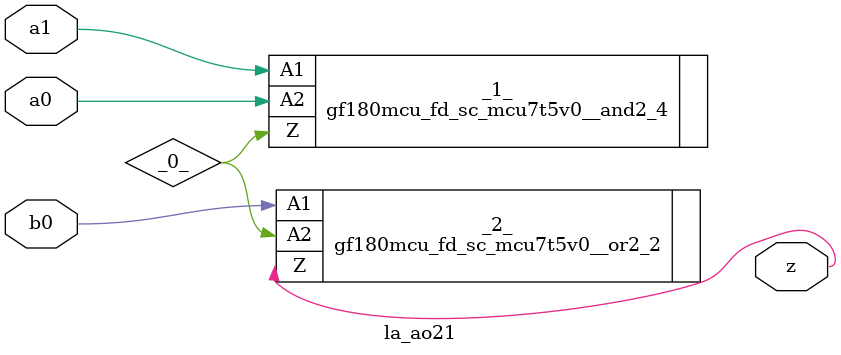
<source format=v>

/* Generated by Yosys 0.37 (git sha1 a5c7f69ed, clang 14.0.0-1ubuntu1.1 -fPIC -Os) */

module la_ao21(a0, a1, b0, z);
  wire _0_;
  input a0;
  wire a0;
  input a1;
  wire a1;
  input b0;
  wire b0;
  output z;
  wire z;
  gf180mcu_fd_sc_mcu7t5v0__and2_4 _1_ (
    .A1(a1),
    .A2(a0),
    .Z(_0_)
  );
  gf180mcu_fd_sc_mcu7t5v0__or2_2 _2_ (
    .A1(b0),
    .A2(_0_),
    .Z(z)
  );
endmodule

</source>
